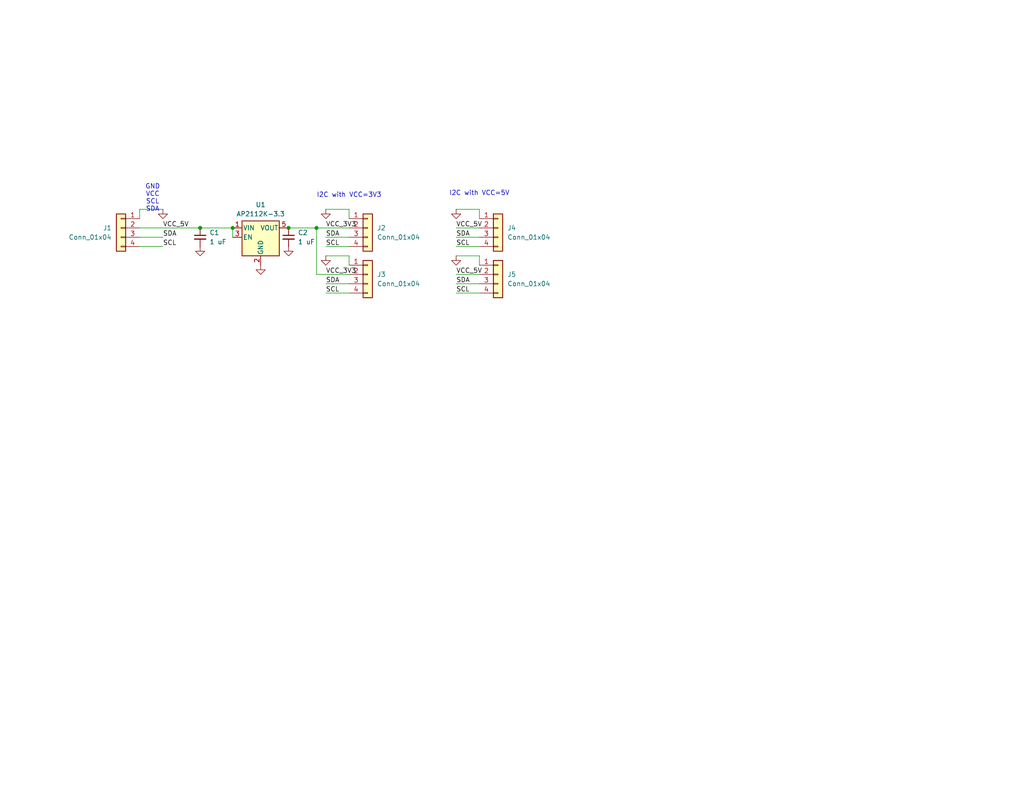
<source format=kicad_sch>
(kicad_sch (version 20231120) (generator "eeschema") (generator_version "8.0")
  (paper "USLetter")
  (title_block (title "i2c_stepdown") (date "2025-01-22") (rev "1"))
  (lib_symbols
    (symbol "Connector_Generic:Conn_01x04" (pin_names (offset 1.016) hide)
      (property "Reference" "J" (at 0 5.08 0))
      (property "Value" "Conn_01x04" (at 0 -7.62 0))
      (symbol "Conn_01x04_1_1"
        (rectangle (start -1.27 -4.953) (end 0 -5.207) (stroke (width 0.1524)))
        (rectangle (start -1.27 -2.413) (end 0 -2.667) (stroke (width 0.1524)))
        (rectangle (start -1.27 0.127) (end 0 -0.127) (stroke (width 0.1524)))
        (rectangle (start -1.27 2.667) (end 0 2.413) (stroke (width 0.1524)))
        (rectangle (start -1.27 3.81) (end 1.27 -6.35) (stroke (width 0.254)) (fill (type background)))
        (pin passive line (at -5.08 2.54 0) (length 3.81) (name "Pin_1") (number "1"))
        (pin passive line (at -5.08 0 0) (length 3.81) (name "Pin_2") (number "2"))
        (pin passive line (at -5.08 -2.54 0) (length 3.81) (name "Pin_3") (number "3"))
        (pin passive line (at -5.08 -5.08 0) (length 3.81) (name "Pin_4") (number "4"))
      )
    )
    (symbol "Device:C_Small" (pin_numbers hide) (pin_names (offset 0.254) hide)
      (property "Reference" "C" (at 0.254 1.778 0))
      (property "Value" "C_Small" (at 0.254 -2.032 0))
      (symbol "C_Small_0_1"
        (polyline (pts (xy -1.524 -0.508) (xy 1.524 -0.508)) (stroke (width 0.3302)))
        (polyline (pts (xy -1.524 0.508) (xy 1.524 0.508)) (stroke (width 0.3048)))
      )
      (symbol "C_Small_1_1"
        (pin passive line (at 0 2.54 270) (length 2.032) (name "~") (number "1"))
        (pin passive line (at 0 -2.54 90) (length 2.032) (name "~") (number "2"))
      )
    )
    (symbol "Regulator_Linear:AP2112K-3.3" (pin_names (offset 0.254))
      (property "Reference" "U" (at -5.08 5.715 0))
      (property "Value" "AP2112K-3.3" (at 0 5.715 0))
      (symbol "AP2112K-3.3_0_1"
        (rectangle (start -5.08 4.445) (end 5.08 -5.08) (stroke (width 0.254)) (fill (type background)))
      )
      (symbol "AP2112K-3.3_1_1"
        (pin power_in line (at -7.62 2.54 0) (length 2.54) (name "VIN") (number "1"))
        (pin power_in line (at 0 -7.62 90) (length 2.54) (name "GND") (number "2"))
        (pin input line (at -7.62 0 0) (length 2.54) (name "EN") (number "3"))
        (pin no_connect line (at 5.08 0 180) (length 2.54) hide (name "NC") (number "4"))
        (pin power_out line (at 7.62 2.54 180) (length 2.54) (name "VOUT") (number "5"))
      )
    )
    (symbol "power:GND" (power) (pin_numbers hide) (pin_names (offset 0) hide)
      (property "Value" "GND" (at 0 -3.81 0))
      (symbol "GND_0_1"
        (polyline (pts (xy 0 0) (xy 0 -1.27) (xy 1.27 -1.27) (xy 0 -2.54) (xy -1.27 -1.27) (xy 0 -1.27)))
      )
      (symbol "GND_1_1"
        (pin power_in line (at 0 0 270) (length 0) (name "~") (number "1"))
      )
    )
  )
  (junction (at 86.36 62.23))
  (junction (at 54.61 62.23))
  (junction (at 78.74 62.23))
  (junction (at 63.5 62.23))
  (wire (pts (xy 95.25 57.15) (xy 95.25 59.69)))
  (wire (pts (xy 86.36 62.23) (xy 86.36 74.93)))
  (wire (pts (xy 88.9 77.47) (xy 95.25 77.47)))
  (wire (pts (xy 124.46 80.01) (xy 130.81 80.01)))
  (wire (pts (xy 124.46 74.93) (xy 130.81 74.93)))
  (wire (pts (xy 130.81 57.15) (xy 130.81 59.69)))
  (wire (pts (xy 38.1 64.77) (xy 44.45 64.77)))
  (wire (pts (xy 38.1 57.15) (xy 44.45 57.15)))
  (wire (pts (xy 38.1 59.69) (xy 38.1 57.15)))
  (wire (pts (xy 54.61 62.23) (xy 63.5 62.23)))
  (wire (pts (xy 130.81 69.85) (xy 130.81 72.39)))
  (wire (pts (xy 88.9 67.31) (xy 95.25 67.31)))
  (wire (pts (xy 88.9 64.77) (xy 95.25 64.77)))
  (wire (pts (xy 86.36 62.23) (xy 95.25 62.23)))
  (wire (pts (xy 78.74 62.23) (xy 86.36 62.23)))
  (wire (pts (xy 88.9 69.85) (xy 95.25 69.85)))
  (wire (pts (xy 124.46 69.85) (xy 130.81 69.85)))
  (wire (pts (xy 124.46 67.31) (xy 130.81 67.31)))
  (wire (pts (xy 88.9 57.15) (xy 95.25 57.15)))
  (wire (pts (xy 124.46 77.47) (xy 130.81 77.47)))
  (wire (pts (xy 124.46 62.23) (xy 130.81 62.23)))
  (wire (pts (xy 63.5 62.23) (xy 63.5 64.77)))
  (wire (pts (xy 88.9 80.01) (xy 95.25 80.01)))
  (wire (pts (xy 38.1 67.31) (xy 44.45 67.31)))
  (wire (pts (xy 124.46 64.77) (xy 130.81 64.77)))
  (wire (pts (xy 95.25 69.85) (xy 95.25 72.39)))
  (wire (pts (xy 38.1 62.23) (xy 54.61 62.23)))
  (wire (pts (xy 124.46 57.15) (xy 130.81 57.15)))
  (wire (pts (xy 86.36 74.93) (xy 95.25 74.93)))
  (text "I2C with VCC=5V" (at 130.81 52.832 0) (effects (font (size 1.27 1.27))))
  (text "I2C with VCC=3V3" (at 95.25 53.34 0) (effects (font (size 1.27 1.27))))
  (text "GND\nVCC\nSCL\nSDA" (at 41.656 54.102 0) (effects (font (size 1.27 1.27))))
  (label "SCL" (at 44.45 67.31 0))
  (label "VCC_3V3" (at 88.9 62.23 0))
  (label "SCL" (at 124.46 67.31 0))
  (label "SDA" (at 44.45 64.77 0))
  (label "VCC_3V3" (at 88.9 74.93 0))
  (label "SCL" (at 88.9 80.01 0))
  (label "VCC_5V" (at 124.46 62.23 0))
  (label "SDA" (at 88.9 77.47 0))
  (label "SDA" (at 124.46 77.47 0))
  (label "SDA" (at 124.46 64.77 0))
  (label "SDA" (at 88.9 64.77 0))
  (label "VCC_5V" (at 44.45 62.23 0))
  (label "SCL" (at 88.9 67.31 0))
  (label "VCC_5V" (at 124.46 74.93 0))
  (label "SCL" (at 124.46 80.01 0))
  (symbol (lib_id "Device:C_Small") (at 54.61 64.77 0) (unit 1)
    (property "Reference" "C1" (at 57.15 63.5062 0) (effects (justify left)))
    (property "Value" "1 uF" (at 57.15 66.0462 0) (effects (justify left)))
    (property "Footprint" "Capacitor_SMD:C_0603_1608Metric" (effects (hide yes)))
    (property "Description" "Unpolarized capacitor, small symbol" (effects (hide yes)))
  )
  (symbol (lib_id "power:GND") (at 124.46 57.15 0) (unit 1)
    (property "Reference" "#PWR07" (effects (hide yes)))
    (property "Value" "GND" (effects (hide yes)))
    (property "Description" "Power symbol creates a global label with name \"GND\" , ground" (effects (hide yes)))
  )
  (symbol (lib_id "power:GND") (at 54.61 67.31 0) (unit 1)
    (property "Reference" "#PWR011" (effects (hide yes)))
    (property "Value" "GND" (effects (hide yes)))
    (property "Description" "Power symbol creates a global label with name \"GND\" , ground" (effects (hide yes)))
  )
  (symbol (lib_id "Connector_Generic:Conn_01x04") (at 100.33 62.23 0) (unit 1)
    (property "Reference" "J2" (at 102.87 62.2299 0) (effects (justify left)))
    (property "Value" "Conn_01x04" (at 102.87 64.7699 0) (effects (justify left)))
    (property "Footprint" "Connector_JST:JST_SH_SM04B-SRSS-TB_1x04-1MP_P1.00mm_Horizontal" (effects (hide yes)))
    (property "Description" "Generic connector, single row, 01x04, script generated (kicad-library-utils/schlib/autogen/connector/)" (effects (hide yes)))
  )
  (symbol (lib_id "power:GND") (at 44.45 57.15 0) (unit 1)
    (property "Reference" "#PWR01" (effects (hide yes)))
    (property "Value" "GND" (effects (hide yes)))
    (property "Description" "Power symbol creates a global label with name \"GND\" , ground" (effects (hide yes)))
  )
  (symbol (lib_id "Connector_Generic:Conn_01x04") (at 135.89 62.23 0) (unit 1)
    (property "Reference" "J4" (at 138.43 62.2299 0) (effects (justify left)))
    (property "Value" "Conn_01x04" (at 138.43 64.7699 0) (effects (justify left)))
    (property "Footprint" "Connector_JST:JST_SH_SM04B-SRSS-TB_1x04-1MP_P1.00mm_Horizontal" (effects (hide yes)))
    (property "Description" "Generic connector, single row, 01x04, script generated (kicad-library-utils/schlib/autogen/connector/)" (effects (hide yes)))
  )
  (symbol (lib_id "Device:C_Small") (at 78.74 64.77 0) (unit 1)
    (property "Reference" "C2" (at 81.28 63.5062 0) (effects (justify left)))
    (property "Value" "1 uF" (at 81.28 66.0462 0) (effects (justify left)))
    (property "Footprint" "Capacitor_SMD:C_0603_1608Metric" (effects (hide yes)))
    (property "Description" "Unpolarized capacitor, small symbol" (effects (hide yes)))
  )
  (symbol (lib_id "Connector_Generic:Conn_01x04") (at 135.89 74.93 0) (unit 1)
    (property "Reference" "J5" (at 138.43 74.9299 0) (effects (justify left)))
    (property "Value" "Conn_01x04" (at 138.43 77.4699 0) (effects (justify left)))
    (property "Footprint" "Connector_JST:JST_SH_SM04B-SRSS-TB_1x04-1MP_P1.00mm_Horizontal" (effects (hide yes)))
    (property "Description" "Generic connector, single row, 01x04, script generated (kicad-library-utils/schlib/autogen/connector/)" (effects (hide yes)))
  )
  (symbol (lib_id "power:GND") (at 78.74 67.31 0) (unit 1)
    (property "Reference" "#PWR012" (effects (hide yes)))
    (property "Value" "GND" (effects (hide yes)))
    (property "Description" "Power symbol creates a global label with name \"GND\" , ground" (effects (hide yes)))
  )
  (symbol (lib_id "Connector_Generic:Conn_01x04") (at 33.02 62.23 0) (mirror y) (unit 1)
    (property "Reference" "J1" (at 30.48 62.2299 0) (effects (justify left)))
    (property "Value" "Conn_01x04" (at 30.48 64.7699 0) (effects (justify left)))
    (property "Footprint" "Connector_JST:JST_SH_SM04B-SRSS-TB_1x04-1MP_P1.00mm_Horizontal" (effects (hide yes)))
    (property "Description" "Generic connector, single row, 01x04, script generated (kicad-library-utils/schlib/autogen/connector/)" (effects (hide yes)))
  )
  (symbol (lib_id "Regulator_Linear:AP2112K-3.3") (at 71.12 64.77 0) (unit 1)
    (property "Reference" "U1" (at 71.12 55.88 0))
    (property "Value" "AP2112K-3.3" (at 71.12 58.42 0))
    (property "Footprint" "Package_TO_SOT_SMD:SOT-23-5" (effects (hide yes)))
    (property "Datasheet" "https://www.diodes.com/assets/Datasheets/AP2112.pdf" (effects (hide yes)))
    (property "Description" "600mA low dropout linear regulator, with enable pin, 3.8V-6V input voltage range, 3.3V fixed positive output, SOT-23-5" (effects (hide yes)))
  )
  (symbol (lib_id "power:GND") (at 88.9 69.85 0) (unit 1)
    (property "Reference" "#PWR04" (effects (hide yes)))
    (property "Value" "GND" (effects (hide yes)))
    (property "Description" "Power symbol creates a global label with name \"GND\" , ground" (effects (hide yes)))
  )
  (symbol (lib_id "power:GND") (at 88.9 57.15 0) (unit 1)
    (property "Reference" "#PWR03" (effects (hide yes)))
    (property "Value" "GND" (effects (hide yes)))
    (property "Description" "Power symbol creates a global label with name \"GND\" , ground" (effects (hide yes)))
  )
  (symbol (lib_id "power:GND") (at 71.12 72.39 0) (unit 1)
    (property "Reference" "#PWR02" (effects (hide yes)))
    (property "Value" "GND" (effects (hide yes)))
    (property "Description" "Power symbol creates a global label with name \"GND\" , ground" (effects (hide yes)))
  )
  (symbol (lib_id "Connector_Generic:Conn_01x04") (at 100.33 74.93 0) (unit 1)
    (property "Reference" "J3" (at 102.87 74.9299 0) (effects (justify left)))
    (property "Value" "Conn_01x04" (at 102.87 77.4699 0) (effects (justify left)))
    (property "Footprint" "Connector_JST:JST_SH_SM04B-SRSS-TB_1x04-1MP_P1.00mm_Horizontal" (effects (hide yes)))
    (property "Description" "Generic connector, single row, 01x04, script generated (kicad-library-utils/schlib/autogen/connector/)" (effects (hide yes)))
  )
  (symbol (lib_id "power:GND") (at 124.46 69.85 0) (unit 1)
    (property "Reference" "#PWR08" (effects (hide yes)))
    (property "Value" "GND" (effects (hide yes)))
    (property "Description" "Power symbol creates a global label with name \"GND\" , ground" (effects (hide yes)))
  )
)
</source>
